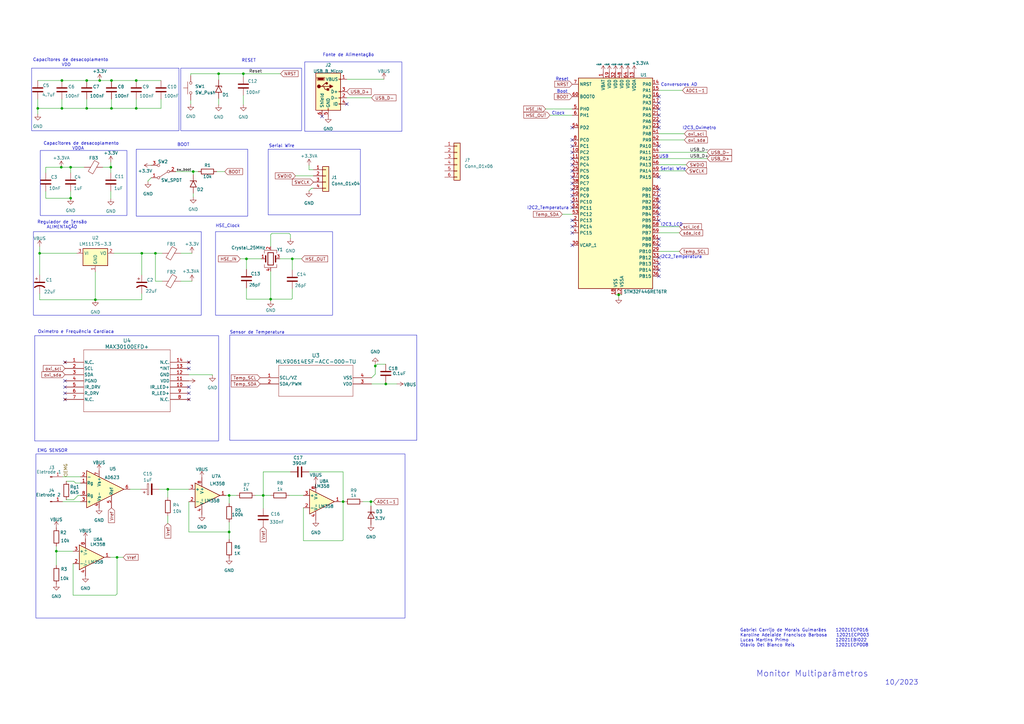
<source format=kicad_sch>
(kicad_sch (version 20230121) (generator eeschema)
  (paper "A3")
  (junction (at 58.166 103.886))
  (junction (at 45.72 33.02))
  (junction (at 55.88 33.02))
  (junction (at 107.95 203.2))
  (junction (at 68.834 200.66))
  (junction (at 25.4 33.02))
  (junction (at 40.894 33.02))
  (junction (at 152.146 205.74))
  (junction (at 63.754 103.886))
  (junction (at 45.72 44.45))
  (junction (at 39.116 122.936))
  (junction (at 16.256 103.886))
  (junction (at 93.98 218.186))
  (junction (at 93.98 203.2))
  (junction (at 23.114 226.06))
  (junction (at 153.924 150.114))
  (junction (at 101.092 106.172))
  (junction (at 45.466 68.58))
  (junction (at 119.888 106.172))
  (junction (at 48.006 228.6))
  (junction (at 28.956 81.28))
  (junction (at 25.4 44.45))
  (junction (at 253.746 120.904))
  (junction (at 158.242 157.48))
  (junction (at 89.662 30.226))
  (junction (at 35.56 44.45))
  (junction (at 99.822 30.226))
  (junction (at 25.146 68.58))
  (junction (at 55.88 44.45))
  (junction (at 79.248 70.358))
  (junction (at 35.56 33.02))
  (junction (at 110.998 122.682))
  (junction (at 15.494 44.45))
  (junction (at 140.716 205.74))
  (junction (at 28.956 68.58))
  (no_connect (at 270.256 98.044))
  (no_connect (at 234.696 72.644))
  (no_connect (at 26.67 158.75))
  (no_connect (at 234.696 62.484))
  (no_connect (at 270.256 47.244))
  (no_connect (at 142.24 42.672))
  (no_connect (at 270.256 113.284))
  (no_connect (at 234.696 82.804))
  (no_connect (at 270.256 105.664))
  (no_connect (at 270.256 39.624))
  (no_connect (at 234.696 92.964))
  (no_connect (at 270.256 80.264))
  (no_connect (at 234.696 65.024))
  (no_connect (at 234.696 67.564))
  (no_connect (at 270.256 52.324))
  (no_connect (at 270.256 72.644))
  (no_connect (at 234.696 90.424))
  (no_connect (at 234.696 70.104))
  (no_connect (at 234.696 85.09))
  (no_connect (at 234.696 59.944))
  (no_connect (at 270.256 77.724))
  (no_connect (at 77.47 163.83))
  (no_connect (at 270.256 110.744))
  (no_connect (at 270.256 108.204))
  (no_connect (at 270.256 100.584))
  (no_connect (at 270.256 42.164))
  (no_connect (at 26.67 148.59))
  (no_connect (at 234.696 52.324))
  (no_connect (at 132.08 47.752))
  (no_connect (at 234.696 95.504))
  (no_connect (at 26.67 163.83))
  (no_connect (at 270.256 90.424))
  (no_connect (at 270.256 85.344))
  (no_connect (at 270.256 49.784))
  (no_connect (at 270.256 59.944))
  (no_connect (at 234.696 100.584))
  (no_connect (at 234.696 80.264))
  (no_connect (at 77.47 148.59))
  (no_connect (at 270.256 82.804))
  (no_connect (at 26.67 156.21))
  (no_connect (at 270.256 44.704))
  (no_connect (at 77.47 151.13))
  (no_connect (at 234.696 77.724))
  (no_connect (at 270.256 87.884))
  (no_connect (at 234.696 57.404))
  (no_connect (at 234.696 75.184))
  (no_connect (at 77.47 161.29))
  (no_connect (at 77.47 158.75))
  (no_connect (at 26.67 161.29))
  (wire (pts (xy 119.888 118.364) (xy 119.888 122.428)))
  (wire (pts (xy 28.956 68.58) (xy 34.544 68.58)))
  (wire (pts (xy 270.256 62.484) (xy 290.068 62.484)))
  (wire (pts (xy 93.98 218.186) (xy 93.98 221.234)))
  (wire (pts (xy 118.618 203.2) (xy 124.46 203.2)))
  (wire (pts (xy 110.998 111.252) (xy 110.998 122.682)))
  (wire (pts (xy 127.762 77.216) (xy 126.746 78.232)))
  (wire (pts (xy 121.158 72.136) (xy 128.524 72.136)))
  (wire (pts (xy 58.166 103.886) (xy 58.166 112.776)))
  (wire (pts (xy 42.164 68.58) (xy 45.466 68.58)))
  (wire (pts (xy 148.844 205.74) (xy 152.146 205.74)))
  (wire (pts (xy 25.654 205.74) (xy 33.02 205.74)))
  (wire (pts (xy 77.47 205.74) (xy 77.47 218.186)))
  (wire (pts (xy 66.548 115.316) (xy 63.754 115.316)))
  (wire (pts (xy 61.722 67.818) (xy 61.976 67.818)))
  (wire (pts (xy 107.95 203.2) (xy 110.998 203.2)))
  (wire (pts (xy 40.894 33.02) (xy 45.72 33.02)))
  (wire (pts (xy 35.56 44.45) (xy 45.72 44.45)))
  (wire (pts (xy 45.212 228.6) (xy 48.006 228.6)))
  (wire (pts (xy 119.126 96.266) (xy 119.126 97.79)))
  (wire (pts (xy 93.98 203.2) (xy 93.98 206.502)))
  (wire (pts (xy 119.888 106.172) (xy 119.888 110.744)))
  (wire (pts (xy 31.496 103.886) (xy 16.256 103.886)))
  (wire (pts (xy 225.552 47.244) (xy 234.696 47.244)))
  (wire (pts (xy 25.4 40.64) (xy 25.4 44.45)))
  (wire (pts (xy 223.774 44.704) (xy 234.696 44.704)))
  (wire (pts (xy 158.242 149.352) (xy 154.686 149.352)))
  (wire (pts (xy 32.004 203.2) (xy 30.226 204.978)))
  (wire (pts (xy 89.662 30.226) (xy 78.232 30.226)))
  (wire (pts (xy 29.972 244.094) (xy 47.498 244.094)))
  (wire (pts (xy 140.716 193.548) (xy 140.716 205.74)))
  (wire (pts (xy 126.746 193.548) (xy 140.716 193.548)))
  (wire (pts (xy 152.146 205.74) (xy 153.162 205.74)))
  (wire (pts (xy 18.796 78.486) (xy 18.796 81.28)))
  (wire (pts (xy 93.98 203.2) (xy 97.028 203.2)))
  (wire (pts (xy 270.256 92.964) (xy 278.638 92.964)))
  (wire (pts (xy 278.638 95.504) (xy 270.256 95.504)))
  (wire (pts (xy 46.736 103.886) (xy 58.166 103.886)))
  (wire (pts (xy 104.648 203.2) (xy 107.95 203.2)))
  (wire (pts (xy 53.34 200.66) (xy 57.658 200.66)))
  (wire (pts (xy 25.146 68.58) (xy 28.956 68.58)))
  (wire (pts (xy 110.998 101.092) (xy 110.998 96.266)))
  (wire (pts (xy 28.956 70.866) (xy 28.956 68.58)))
  (wire (pts (xy 152.4 40.132) (xy 142.24 40.132)))
  (wire (pts (xy 124.46 221.742) (xy 140.462 221.742)))
  (wire (pts (xy 27.178 197.358) (xy 30.226 197.358)))
  (wire (pts (xy 89.662 30.226) (xy 99.822 30.226)))
  (wire (pts (xy 107.95 193.548) (xy 107.95 203.2)))
  (wire (pts (xy 15.494 44.45) (xy 15.494 46.736)))
  (wire (pts (xy 25.654 195.58) (xy 33.02 195.58)))
  (wire (pts (xy 48.006 228.6) (xy 48.006 243.586)))
  (wire (pts (xy 18.796 68.58) (xy 25.146 68.58)))
  (wire (pts (xy 92.71 203.2) (xy 93.98 203.2)))
  (wire (pts (xy 45.72 40.64) (xy 45.72 44.45)))
  (wire (pts (xy 270.256 103.124) (xy 278.638 103.124)))
  (wire (pts (xy 78.232 30.226) (xy 78.232 30.988)))
  (wire (pts (xy 101.092 118.11) (xy 101.092 122.682)))
  (wire (pts (xy 55.88 33.02) (xy 66.04 33.02)))
  (wire (pts (xy 123.698 106.172) (xy 119.888 106.172)))
  (wire (pts (xy 29.972 231.14) (xy 29.972 244.094)))
  (wire (pts (xy 16.256 103.886) (xy 16.256 112.776)))
  (wire (pts (xy 35.56 40.64) (xy 35.56 44.45)))
  (wire (pts (xy 153.924 149.352) (xy 153.924 150.114)))
  (wire (pts (xy 66.04 40.64) (xy 66.04 44.45)))
  (wire (pts (xy 30.988 198.12) (xy 30.226 197.358)))
  (wire (pts (xy 124.46 208.28) (xy 124.46 221.742)))
  (wire (pts (xy 87.122 153.924) (xy 87.122 153.67)))
  (wire (pts (xy 119.126 193.548) (xy 107.95 193.548)))
  (wire (pts (xy 72.136 70.358) (xy 79.248 70.358)))
  (wire (pts (xy 270.256 70.104) (xy 281.178 70.104)))
  (wire (pts (xy 60.706 74.422) (xy 60.706 74.168)))
  (wire (pts (xy 110.998 122.682) (xy 110.998 123.444)))
  (wire (pts (xy 78.232 41.148) (xy 78.232 42.672)))
  (wire (pts (xy 63.754 103.886) (xy 66.548 103.886)))
  (wire (pts (xy 33.02 203.2) (xy 32.004 203.2)))
  (wire (pts (xy 140.716 205.74) (xy 141.224 205.74)))
  (wire (pts (xy 63.754 115.316) (xy 63.754 103.886)))
  (wire (pts (xy 79.248 70.358) (xy 79.248 71.628)))
  (wire (pts (xy 45.466 68.58) (xy 45.466 70.866)))
  (wire (pts (xy 39.116 122.936) (xy 16.256 122.936)))
  (wire (pts (xy 30.988 198.12) (xy 33.02 198.12)))
  (wire (pts (xy 154.686 149.352) (xy 153.924 150.114)))
  (wire (pts (xy 152.146 205.74) (xy 152.146 207.518)))
  (wire (pts (xy 58.166 103.886) (xy 63.754 103.886)))
  (wire (pts (xy 79.248 70.358) (xy 81.28 70.358)))
  (wire (pts (xy 128.524 77.216) (xy 127.762 77.216)))
  (wire (pts (xy 252.476 120.904) (xy 253.746 120.904)))
  (wire (pts (xy 16.256 101.092) (xy 16.256 103.886)))
  (wire (pts (xy 18.796 81.28) (xy 28.956 81.28)))
  (wire (pts (xy 45.72 44.45) (xy 55.88 44.45)))
  (wire (pts (xy 15.494 40.64) (xy 15.494 44.45)))
  (wire (pts (xy 78.74 115.316) (xy 74.168 115.316)))
  (wire (pts (xy 45.466 66.548) (xy 45.466 68.58)))
  (wire (pts (xy 60.706 74.168) (xy 61.976 72.898)))
  (wire (pts (xy 23.114 224.028) (xy 23.114 226.06)))
  (wire (pts (xy 270.256 37.084) (xy 279.908 37.084)))
  (wire (pts (xy 270.256 57.404) (xy 280.67 57.404)))
  (wire (pts (xy 119.634 122.682) (xy 119.888 122.428)))
  (wire (pts (xy 25.4 33.02) (xy 35.56 33.02)))
  (wire (pts (xy 77.47 218.186) (xy 93.98 218.186)))
  (wire (pts (xy 101.092 106.172) (xy 107.188 106.172)))
  (wire (pts (xy 55.88 40.64) (xy 55.88 44.45)))
  (wire (pts (xy 153.924 150.114) (xy 153.924 153.416)))
  (wire (pts (xy 230.632 87.884) (xy 234.696 87.884)))
  (wire (pts (xy 45.466 78.486) (xy 45.466 81.534)))
  (wire (pts (xy 270.256 65.024) (xy 290.068 65.024)))
  (wire (pts (xy 16.256 122.936) (xy 16.256 120.396)))
  (wire (pts (xy 15.494 33.02) (xy 25.4 33.02)))
  (wire (pts (xy 119.888 106.172) (xy 114.808 106.172)))
  (wire (pts (xy 99.822 39.116) (xy 99.822 42.926)))
  (wire (pts (xy 153.924 153.416) (xy 152.4 154.94)))
  (wire (pts (xy 35.56 33.02) (xy 40.894 33.02)))
  (wire (pts (xy 110.998 122.682) (xy 119.634 122.682)))
  (wire (pts (xy 101.092 122.682) (xy 110.998 122.682)))
  (wire (pts (xy 28.956 78.486) (xy 28.956 81.28)))
  (wire (pts (xy 158.242 157.48) (xy 162.814 157.48)))
  (wire (pts (xy 88.9 70.358) (xy 92.202 70.358)))
  (wire (pts (xy 110.998 96.266) (xy 111.506 95.758)))
  (wire (pts (xy 140.462 221.742) (xy 140.716 221.488)))
  (wire (pts (xy 99.822 31.496) (xy 99.822 30.226)))
  (wire (pts (xy 142.24 32.512) (xy 157.48 32.512)))
  (wire (pts (xy 68.834 200.66) (xy 68.834 203.962)))
  (wire (pts (xy 126.746 69.596) (xy 128.524 69.596)))
  (wire (pts (xy 152.4 157.48) (xy 158.242 157.48)))
  (wire (pts (xy 68.834 200.66) (xy 77.47 200.66)))
  (wire (pts (xy 18.796 68.58) (xy 18.796 70.866)))
  (wire (pts (xy 23.114 226.06) (xy 29.972 226.06)))
  (wire (pts (xy 23.114 226.06) (xy 23.114 231.902)))
  (wire (pts (xy 68.834 211.582) (xy 68.834 214.63)))
  (wire (pts (xy 79.248 79.248) (xy 79.248 80.772)))
  (wire (pts (xy 58.166 120.396) (xy 58.166 122.936)))
  (wire (pts (xy 98.552 106.172) (xy 101.092 106.172)))
  (wire (pts (xy 87.122 153.67) (xy 77.47 153.67)))
  (wire (pts (xy 281.432 67.564) (xy 270.256 67.564)))
  (wire (pts (xy 55.88 44.45) (xy 66.04 44.45)))
  (wire (pts (xy 58.166 122.936) (xy 39.116 122.936)))
  (wire (pts (xy 78.74 103.886) (xy 74.168 103.886)))
  (wire (pts (xy 253.746 120.904) (xy 255.016 120.904)))
  (wire (pts (xy 101.092 106.172) (xy 101.092 110.49)))
  (wire (pts (xy 93.98 214.122) (xy 93.98 218.186)))
  (wire (pts (xy 39.116 111.506) (xy 39.116 122.936)))
  (wire (pts (xy 27.178 204.978) (xy 30.226 204.978)))
  (wire (pts (xy 15.494 44.45) (xy 25.4 44.45)))
  (wire (pts (xy 45.72 33.02) (xy 55.88 33.02)))
  (wire (pts (xy 89.662 40.386) (xy 89.662 42.926)))
  (wire (pts (xy 89.662 30.226) (xy 89.662 32.766)))
  (wire (pts (xy 115.062 30.226) (xy 99.822 30.226)))
  (wire (pts (xy 25.4 44.45) (xy 35.56 44.45)))
  (wire (pts (xy 107.95 203.2) (xy 107.95 208.534)))
  (wire (pts (xy 158.242 156.972) (xy 158.242 157.48)))
  (wire (pts (xy 65.278 200.66) (xy 68.834 200.66)))
  (wire (pts (xy 118.618 95.758) (xy 119.126 96.266)))
  (wire (pts (xy 126.746 67.818) (xy 126.746 69.596)))
  (wire (pts (xy 47.498 244.094) (xy 48.006 243.586)))
  (wire (pts (xy 111.506 95.758) (xy 118.618 95.758)))
  (wire (pts (xy 140.716 205.74) (xy 140.716 221.488)))
  (wire (pts (xy 280.67 54.864) (xy 270.256 54.864)))
  (wire (pts (xy 139.7 205.74) (xy 140.716 205.74)))
  (wire (pts (xy 48.006 228.6) (xy 50.546 228.6)))
  (wire (pts (xy 253.746 120.904) (xy 253.746 121.92)))
  (rectangle (start 124.968 25.4) (end 164.846 53.848))
  (rectangle (start 16.51 61.722) (end 52.07 88.392))
  (rectangle (start 109.982 61.214) (end 147.828 88.138))
  (rectangle (start 55.88 61.214) (end 101.6 88.646))
  (rectangle (start 74.168 27.94) (end 123.698 53.594))
  (rectangle (start 14.732 186.182) (end 166.116 253.492))
  (rectangle (start 88.392 94.996) (end 136.398 129.286))
  (rectangle (start 13.716 94.996) (end 82.55 129.286))
  (rectangle (start 14.224 137.668) (end 89.662 180.848))
  (rectangle (start 94.234 137.414) (end 170.942 180.594))
  (rectangle (start 12.954 27.94) (end 73.406 53.594))
  (text "Oxímetro e Frequência Cardíaca " (at 15.494 136.906 0) (effects (font (size 1.27 1.27)) (justify left bottom)))
  (text "Reset" (at 227.838 33.274 0) (effects (font (size 1.27 1.27)) (justify left bottom)))
  (text "I2C2_Temperatura\n" (at 216.154 86.106 0) (effects (font (size 1.27 1.27)) (justify left bottom)))
  (text "Serial Wire" (at 110.236 60.706 0) (effects (font (size 1.27 1.27)) (justify left bottom)))
  (text "RESET" (at 99.06 25.654 0) (effects (font (size 1.27 1.27)) (justify left bottom)))
  (text "BOOT\n" (at 72.644 60.198 0) (effects (font (size 1.27 1.27)) (justify left bottom)))
  (text "Conversores AD\n" (at 271.018 35.56 0) (effects (font (size 1.27 1.27)) (justify left bottom)))
  (text "Regulador de Tensão\n    ALIMENTAÇÃO" (at 15.24 93.98 0) (effects (font (size 1.27 1.27)) (justify left bottom)))
  (text "10/2023" (at 362.966 281.178 0) (effects (font (size 2 2)) (justify left bottom)))
  (text "Clock\n" (at 226.314 47.244 0) (effects (font (size 1.27 1.27)) (justify left bottom)))
  (text "USB" (at 270.256 65.024 0) (effects (font (size 1.27 1.27)) (justify left bottom)))
  (text "Boot" (at 228.346 38.354 0) (effects (font (size 1.27 1.27)) (justify left bottom)))
  (text "I2C3_LCD\n" (at 271.018 92.964 0) (effects (font (size 1.27 1.27)) (justify left bottom)))
  (text "Fonte de Alimentação\n" (at 132.334 23.368 0) (effects (font (size 1.27 1.27)) (justify left bottom)))
  (text "Capacitores de desacoplamento \n		  VDDA\n" (at 17.78 61.722 0) (effects (font (size 1.27 1.27)) (justify left bottom)))
  (text "Gabriel Carrijo de Morais Guimarães    12021ECP016\nKaroline Adelaide Francisco Barbosa    12021ECP003\nLucas Martins Primo 		    12021EBI022\nOtávio Del Bianco Reis 		    12021ECP008" (at 303.53 265.43 0) (effects (font (size 1.27 1.27)) (justify left bottom)))
  (text "Sensor de Temperatura\n" (at 94.234 137.16 0) (effects (font (size 1.27 1.27)) (justify left bottom)))
  (text "HSE_Clock" (at 88.392 93.472 0) (effects (font (size 1.27 1.27)) (justify left bottom)))
  (text "Monitor Multiparâmetros" (at 310.134 277.876 0) (effects (font (size 2.5 2.5)) (justify left bottom)))
  (text "I2C2_Temperatura\n" (at 270.764 106.172 0) (effects (font (size 1.27 1.27)) (justify left bottom)))
  (text "EMG SENSOR\n" (at 15.24 185.674 0) (effects (font (size 1.27 1.27)) (justify left bottom)))
  (text "Capacitores de desacoplamento \n		  VDD" (at 13.462 27.432 0) (effects (font (size 1.27 1.27)) (justify left bottom)))
  (text "I2C3_Oxímetro\n\n" (at 279.908 55.372 0) (effects (font (size 1.27 1.27)) (justify left bottom)))
  (text "Serial Wire\n" (at 270.764 70.104 0) (effects (font (size 1.27 1.27)) (justify left bottom)))
  (label "Reset" (at 102.108 30.226 0))
  (label "USB_D-" (at 282.956 62.484 0))
  (label "sw_boot" (at 72.39 70.358 0) (effects (font (size 1 1))))
  (label "USB_D+" (at 282.956 65.024 0))
  (global_label "Temp_SDA" (shape input) (at 230.632 87.884 180) (property "Intersheetrefs" "${INTERSHEET_REFS}" (effects hide)))
  (global_label "oxi_scl" (shape input) (at 280.67 54.864 0) (property "Intersheetrefs" "${INTERSHEET_REFS}" (effects hide)))
  (global_label "Vref" (shape input) (at 50.546 228.6 0) (property "Intersheetrefs" "${INTERSHEET_REFS}" (effects hide)))
  (global_label "Vref" (shape input) (at 107.95 216.154 270) (property "Intersheetrefs" "${INTERSHEET_REFS}" (effects hide)))
  (global_label "Temp_SCL" (shape input) (at 278.638 103.124 0) (property "Intersheetrefs" "${INTERSHEET_REFS}" (effects hide)))
  (global_label "NRST" (shape input) (at 115.062 30.226 0) (property "Intersheetrefs" "${INTERSHEET_REFS}" (effects hide)))
  (global_label "USB_D-" (shape input) (at 152.4 40.132 0) (property "Intersheetrefs" "${INTERSHEET_REFS}" (effects hide)))
  (global_label "USB_D+" (shape input) (at 290.068 65.024 0) (property "Intersheetrefs" "${INTERSHEET_REFS}" (effects hide)))
  (global_label "ADC1-1" (shape input) (at 153.162 205.74 0) (property "Intersheetrefs" "${INTERSHEET_REFS}" (effects hide)))
  (global_label "sda_lcd" (shape input) (at 278.638 95.504 0) (property "Intersheetrefs" "${INTERSHEET_REFS}" (effects hide)))
  (global_label "HSE_OUT" (shape input) (at 225.552 47.244 180) (property "Intersheetrefs" "${INTERSHEET_REFS}" (effects hide)))
  (global_label "Temp_SDA" (shape input) (at 106.68 157.48 180) (property "Intersheetrefs" "${INTERSHEET_REFS}" (effects hide)))
  (global_label "USB_D-" (shape input) (at 290.068 62.484 0) (property "Intersheetrefs" "${INTERSHEET_REFS}" (effects hide)))
  (global_label "oxi_sda" (shape input) (at 280.67 57.404 0) (property "Intersheetrefs" "${INTERSHEET_REFS}" (effects hide)))
  (global_label "Temp_SCL" (shape input) (at 106.68 154.94 180) (property "Intersheetrefs" "${INTERSHEET_REFS}" (effects hide)))
  (global_label "oxi_sda" (shape input) (at 26.67 153.67 180) (property "Intersheetrefs" "${INTERSHEET_REFS}" (effects hide)))
  (global_label "SWCLK" (shape input) (at 281.178 70.104 0) (property "Intersheetrefs" "${INTERSHEET_REFS}" (effects hide)))
  (global_label "SWDIO" (shape input) (at 281.432 67.564 0) (property "Intersheetrefs" "${INTERSHEET_REFS}" (effects hide)))
  (global_label "HSE_OUT" (shape input) (at 123.698 106.172 0) (property "Intersheetrefs" "${INTERSHEET_REFS}" (effects hide)))
  (global_label "NRST" (shape input) (at 234.696 34.544 180) (property "Intersheetrefs" "${INTERSHEET_REFS}" (effects hide)))
  (global_label "BOOT" (shape input) (at 234.696 39.624 180) (property "Intersheetrefs" "${INTERSHEET_REFS}" (effects hide)))
  (global_label "oxi_scl" (shape input) (at 26.67 151.13 180) (property "Intersheetrefs" "${INTERSHEET_REFS}" (effects hide)))
  (global_label "SWCLK" (shape input) (at 128.524 74.676 180) (property "Intersheetrefs" "${INTERSHEET_REFS}" (effects hide)))
  (global_label "Vref" (shape input) (at 68.834 214.63 270) (property "Intersheetrefs" "${INTERSHEET_REFS}" (effects hide)))
  (global_label "scl_lcd" (shape input) (at 278.638 92.964 0) (property "Intersheetrefs" "${INTERSHEET_REFS}" (effects hide)))
  (global_label "BOOT" (shape input) (at 92.202 70.358 0) (property "Intersheetrefs" "${INTERSHEET_REFS}" (effects hide)))
  (global_label "HSE_IN" (shape input) (at 223.774 44.704 180) (property "Intersheetrefs" "${INTERSHEET_REFS}" (effects hide)))
  (global_label "Vref" (shape input) (at 45.72 208.28 270) (property "Intersheetrefs" "${INTERSHEET_REFS}" (effects hide)))
  (global_label "ADC1-1" (shape input) (at 279.908 37.084 0) (property "Intersheetrefs" "${INTERSHEET_REFS}" (effects hide)))
  (global_label "SWDIO" (shape input) (at 121.158 72.136 180) (property "Intersheetrefs" "${INTERSHEET_REFS}" (effects hide)))
  (global_label "HSE_IN" (shape input) (at 98.552 106.172 180) (property "Intersheetrefs" "${INTERSHEET_REFS}" (effects hide)))
  (global_label "USB_D+" (shape input) (at 142.24 37.592 0) (property "Intersheetrefs" "${INTERSHEET_REFS}" (effects hide)))
  (hierarchical_label "EMG" (shape input) (at 26.924 195.58 90))
  (symbol (lib_id "power:VBUS") (at 157.48 32.512 0) (unit 1)
    (property "Reference" "#PWR027" (effects hide))
    (property "Value" "VBUS" (at 157.48 29.21 0))
  )
  (symbol (lib_id "power:GND") (at 110.998 123.444 0) (unit 1)
    (property "Reference" "#PWR025" (effects hide))
    (property "Value" "GND" (at 110.998 127.254 0))
  )
  (symbol (lib_id "power:GND") (at 39.116 122.936 0) (unit 1)
    (property "Reference" "#PWR04" (effects hide))
    (property "Value" "GND" (at 39.116 128.016 0))
  )
  (symbol (lib_id "power:+3.3V") (at 40.894 33.02 0) (unit 1)
    (property "Reference" "#PWR014" (effects hide))
    (property "Value" "+3.3V" (at 40.894 29.21 0))
  )
  (symbol (lib_id "Connector_Generic:Conn_01x06") (at 187.452 65.024 0) (unit 1)
    (property "Reference" "J?" (at 190.5 65.659 0) (effects (justify left)))
    (property "Value" "Conn_01x06" (at 190.5 68.199 0) (effects (justify left)))
  )
  (symbol (lib_id "power:+3.3V") (at 61.722 67.818 90) (unit 1)
    (property "Reference" "#PWR022" (effects hide))
    (property "Value" "+3.3V" (at 62.484 70.104 90) (effects (justify left)))
  )
  (symbol (lib_id "power:GND") (at 134.62 47.752 0) (unit 1)
    (property "Reference" "#PWR026" (effects hide))
    (property "Value" "GND" (at 134.62 52.832 0))
  )
  (symbol (lib_id "power:+3.3VA") (at 126.746 67.818 0) (unit 1)
    (property "Reference" "#PWR028" (effects hide))
    (property "Value" "+3.3VA" (at 126.746 64.008 0))
  )
  (symbol (lib_id "Device:R") (at 114.808 203.2 90) (unit 1)
    (property "Reference" "R8" (at 114.808 198.12 90))
    (property "Value" "1k" (at 114.808 200.66 90))
    (property "Footprint" "Resistor_SMD:R_0603_1608Metric" (effects hide))
  )
  (symbol (lib_id "Device:C") (at 45.72 36.83 0) (unit 1)
    (property "Reference" "C8" (at 48.26 35.56 0) (effects (justify left)))
    (property "Value" "100nF" (at 46.99 39.37 0) (effects (justify left)))
    (property "Footprint" "Capacitor_SMD:C_0603_1608Metric" (effects hide))
  )
  (symbol (lib_id "Device:C") (at 122.936 193.548 90) (unit 1)
    (property "Reference" "C17" (at 124.206 187.706 90) (effects (justify left)))
    (property "Value" "390nF" (at 125.984 189.992 90) (effects (justify left)))
    (property "Footprint" "Capacitor_SMD:C_0603_1608Metric" (effects hide))
  )
  (symbol (lib_id "power:VBUS") (at 162.814 157.48 270) (unit 1)
    (property "Reference" "#PWR030" (effects hide))
    (property "Value" "VBUS" (at 165.608 157.734 90) (effects (justify left)))
  )
  (symbol (lib_id "Connector:Conn_01x01_Pin") (at 20.574 195.58 0) (unit 1)
    (property "Reference" "J3" (at 21.209 191.77 0))
    (property "Value" "Eletrode 1" (at 20.066 193.548 0))
    (property "Footprint" "Connector_PinHeader_2.54mm:PinHeader_1x01_P2.54mm_Vertical" (effects hide))
  )
  (symbol (lib_id "power:VBUS") (at 82.804 195.834 0) (unit 1)
    (property "Reference" "#PWR037" (effects hide))
    (property "Value" "VBUS" (at 82.804 192.532 0))
  )
  (symbol (lib_id "power:GND") (at 93.98 228.854 0) (unit 1)
    (property "Reference" "#PWR035" (effects hide))
    (property "Value" "GND" (at 93.98 233.934 0))
  )
  (symbol (lib_id "Device:C") (at 158.242 153.162 0) (unit 1)
    (property "Reference" "C18" (at 159.258 151.13 0) (effects (justify left)))
    (property "Value" "0.1uF" (at 161.036 153.162 0) (effects (justify left)))
    (property "Footprint" "Capacitor_SMD:C_0603_1608Metric" (effects hide))
  )
  (symbol (lib_id "oxy:MAX30100EFD+") (at 26.67 148.59 0) (unit 1)
    (property "Reference" "U4" (at 52.07 139.7 0) (effects (font (size 1.524 1.524))))
    (property "Value" "MAX30100EFD+" (at 52.07 142.24 0) (effects (font (size 1.524 1.524))))
    (property "Footprint" "oximeter:21-0880B_MXM-L" (effects hide))
    (property "Datasheet" "MAX30100EFD+" (effects hide))
  )
  (symbol (lib_id "Amplifier_Operational:LM358") (at 85.344 203.454 0) (unit 3)
    (property "Reference" "U7" (effects hide))
    (property "Value" "LM358" (at 83.82 205.359 0) (effects (justify left)))
    (property "Footprint" "LM358:D8-L" (effects hide))
    (property "Datasheet" "http://www.ti.com/lit/ds/symlink/lm2904-n.pdf" (effects hide))
  )
  (symbol (lib_id "power:+3.3V") (at 255.016 29.464 0) (unit 1)
    (property "Reference" "#PWR011" (effects hide))
    (property "Value" "+3.3V" (at 254.254 26.416 0) (effects (font (size 0.5 0.5))))
  )
  (symbol (lib_id "Device:D_Zener") (at 152.146 211.328 270) (unit 1)
    (property "Reference" "D3" (at 154.178 209.804 90) (effects (justify left)))
    (property "Value" "3.3V" (at 153.67 212.598 90) (effects (justify left)))
    (property "Footprint" "Diode_SMD:D_0603_1608Metric" (effects hide))
  )
  (symbol (lib_id "Device:R") (at 68.834 207.772 0) (unit 1)
    (property "Reference" "R4" (at 70.866 207.137 0) (effects (justify left)))
    (property "Value" "10k" (at 70.866 209.677 0) (effects (justify left)))
    (property "Footprint" "Resistor_SMD:R_0603_1608Metric" (effects hide))
  )
  (symbol (lib_id "Regulator_Linear:LM1117S-3.3") (at 39.116 103.886 0) (unit 1)
    (property "Reference" "U2" (at 39.116 97.536 0))
    (property "Value" "LM1117S-3.3" (at 39.116 100.076 0))
    (property "Footprint" "Package_TO_SOT_SMD:TO-263-3_TabPin2" (effects hide))
    (property "Datasheet" "http://www.ti.com/lit/ds/symlink/lm1117.pdf" (effects hide))
  )
  (symbol (lib_id "power:VBUS") (at 23.114 216.408 0) (unit 1)
    (property "Reference" "#PWR044" (effects hide))
    (property "Value" "VBUS" (at 23.114 213.106 0))
  )
  (symbol (lib_id "power:GND") (at 28.956 81.28 0) (unit 1)
    (property "Reference" "#PWR07" (effects hide))
    (property "Value" "GND" (at 28.956 86.36 0))
  )
  (symbol (lib_id "power:GND") (at 79.248 80.772 0) (unit 1)
    (property "Reference" "#PWR023" (effects hide))
    (property "Value" "GND" (at 79.248 85.852 0))
  )
  (symbol (lib_id "power:GND") (at 40.64 208.28 0) (unit 1)
    (property "Reference" "#PWR039" (effects hide))
    (property "Value" "GND" (at 40.64 213.36 0))
  )
  (symbol (lib_id "power:VBUS") (at 35.052 220.98 0) (unit 1)
    (property "Reference" "#PWR042" (effects hide))
    (property "Value" "VBUS" (at 35.052 217.678 0))
  )
  (symbol (lib_id "Amplifier_Operational:LM358") (at 37.592 228.6 0) (unit 3)
    (property "Reference" "U6" (effects hide))
    (property "Value" "LM358" (at 36.068 230.505 0) (effects (justify left)))
    (property "Footprint" "LM358:D8-L" (effects hide))
    (property "Datasheet" "http://www.ti.com/lit/ds/symlink/lm2904-n.pdf" (effects hide))
  )
  (symbol (lib_id "power:+3.3VA") (at 260.096 29.464 0) (unit 1)
    (property "Reference" "#PWR013" (effects hide))
    (property "Value" "+3.3VA" (at 262.636 25.908 0))
  )
  (symbol (lib_id "Device:C") (at 25.4 36.83 0) (unit 1)
    (property "Reference" "C6" (at 27.94 35.56 0) (effects (justify left)))
    (property "Value" "100nF" (at 26.67 39.37 0) (effects (justify left)))
    (property "Footprint" "Capacitor_SMD:C_0603_1608Metric" (effects hide))
  )
  (symbol (lib_id "power:GND") (at 15.494 46.736 0) (unit 1)
    (property "Reference" "#PWR03" (effects hide))
    (property "Value" "GND" (at 15.494 51.816 0))
  )
  (symbol (lib_id "Connector:Conn_01x01_Pin") (at 20.574 205.74 0) (unit 1)
    (property "Reference" "J4" (at 21.082 201.168 0))
    (property "Value" "Eletrode 2" (at 19.812 202.946 0))
    (property "Footprint" "Connector_PinHeader_2.54mm:PinHeader_1x01_P2.54mm_Vertical" (effects hide))
  )
  (symbol (lib_id "Switch:SW_Push") (at 78.232 36.068 90) (unit 1)
    (property "Reference" "SW1" (at 80.01 35.433 90) (effects (justify right)))
    (property "Value" "SW_Push" (at 80.01 37.973 90) (effects (justify right)))
    (property "Footprint" "Button_Switch_SMD:SW_SPST_B3U-1000P-B" (effects hide))
  )
  (symbol (lib_id "Device:R") (at 93.98 210.312 0) (unit 1)
    (property "Reference" "R5" (at 96.266 209.296 0) (effects (justify left)))
    (property "Value" "100k" (at 94.996 211.074 0) (effects (justify left)))
    (property "Footprint" "Resistor_SMD:R_0603_1608Metric" (effects hide))
  )
  (symbol (lib_id "Amplifier_Operational:LM358") (at 85.09 203.2 0) (unit 1)
    (property "Reference" "U7" (at 88.646 195.326 0))
    (property "Value" "LM358" (at 89.154 198.374 0))
    (property "Footprint" "LM358:D8-L" (effects hide))
    (property "Datasheet" "http://www.ti.com/lit/ds/symlink/lm2904-n.pdf" (effects hide))
  )
  (symbol (lib_id "Device:R") (at 100.838 203.2 90) (unit 1)
    (property "Reference" "R7" (at 101.092 198.882 90))
    (property "Value" "1k" (at 100.838 200.66 90))
    (property "Footprint" "Resistor_SMD:R_0603_1608Metric" (effects hide))
  )
  (symbol (lib_id "Device:C_Polarized_US") (at 16.256 116.586 0) (unit 1)
    (property "Reference" "C1" (at 18.796 114.808 0) (effects (justify left)))
    (property "Value" "22uF" (at 18.034 119.634 0) (effects (justify left)))
    (property "Footprint" "Capacitor_SMD:C_0603_1608Metric" (effects hide))
  )
  (symbol (lib_id "Switch:SW_SPDT") (at 67.056 70.358 180) (unit 1)
    (property "Reference" "SW2" (at 66.802 66.294 0))
    (property "Value" "SW_SPDT" (at 70.358 73.914 0))
    (property "Footprint" "Button_Switch_SMD:SW_DIP_SPSTx01_Slide_9.78x4.72mm_W8.61mm_P2.54mm" (effects hide))
  )
  (symbol (lib_id "Diode:SM6T6V8A") (at 79.248 75.438 270) (unit 1)
    (property "Reference" "D2" (at 80.772 77.724 90) (effects (justify left)))
    (property "Value" "SM6T6V8A" (effects hide))
    (property "Footprint" "Diode_SMD:D_SMB" (effects hide))
    (property "Datasheet" "https://www.st.com/resource/en/datasheet/sm6t.pdf" (effects hide))
  )
  (symbol (lib_id "Amplifier_Instrumentation:AD623") (at 43.18 200.66 0) (unit 1)
    (property "Reference" "U5" (at 46.228 192.278 0))
    (property "Value" "AD623" (at 45.974 195.834 0))
    (property "Footprint" "AD623:RM_8_ADI-L" (effects hide))
    (property "Datasheet" "https://www.analog.com/media/en/technical-documentation/data-sheets/AD623.pdf" (effects hide))
  )
  (symbol (lib_id "power:GND") (at 119.126 97.79 0) (unit 1)
    (property "Reference" "#PWR024" (effects hide))
    (property "Value" "GND" (at 119.126 102.87 0))
  )
  (symbol (lib_id "Device:C") (at 66.04 36.83 0) (unit 1)
    (property "Reference" "C10" (at 68.58 35.56 0) (effects (justify left)))
    (property "Value" "100nF" (at 67.31 39.37 0) (effects (justify left)))
    (property "Footprint" "Capacitor_SMD:C_0603_1608Metric" (effects hide))
  )
  (symbol (lib_id "power:+3.3VA") (at 25.146 68.58 0) (unit 1)
    (property "Reference" "#PWR015" (effects hide))
    (property "Value" "+3.3VA" (at 25.146 64.77 0))
  )
  (symbol (lib_id "Device:C_Polarized") (at 61.468 200.66 90) (unit 1)
    (property "Reference" "C15" (at 60.579 194.31 90))
    (property "Value" "1uF" (at 60.579 196.85 90))
    (property "Footprint" "Capacitor_SMD:C_0603_1608Metric_Pad1.08x0.95mm_HandSolder" (effects hide))
  )
  (symbol (lib_id "Amplifier_Operational:LM358") (at 37.592 228.6 0) (unit 1)
    (property "Reference" "U6" (at 40.132 221.234 0))
    (property "Value" "LM358" (at 40.132 223.266 0))
    (property "Footprint" "LM358:D8-L" (effects hide))
    (property "Datasheet" "http://www.ti.com/lit/ds/symlink/lm2904-n.pdf" (effects hide))
  )
  (symbol (lib_id "New_Library:FerriteBead") (at 70.358 103.886 90) (unit 1)
    (property "Reference" "FB1" (at 70.3072 100.076 90))
    (property "Value" "New_Library:FerriteBead" (effects hide))
    (property "Footprint" "Inductor_SMD:L_0603_1608Metric_Pad1.05x0.95mm_HandSolder" (effects hide))
  )
  (symbol (lib_id "Diode:SM6T6V8A") (at 89.662 36.576 270) (unit 1)
    (property "Reference" "D1" (at 91.186 38.862 90) (effects (justify left)))
    (property "Value" "SM6T6V8A" (effects hide))
    (property "Footprint" "Diode_SMD:D_SMB" (effects hide))
    (property "Datasheet" "https://www.st.com/resource/en/datasheet/sm6t.pdf" (effects hide))
  )
  (symbol (lib_id "power:VBUS") (at 40.64 193.04 0) (unit 1)
    (property "Reference" "#PWR038" (effects hide))
    (property "Value" "VBUS" (at 40.64 189.738 0))
  )
  (symbol (lib_id "power:GND") (at 99.822 42.926 0) (unit 1)
    (property "Reference" "#PWR020" (effects hide))
    (property "Value" "GND" (at 99.822 48.006 0))
  )
  (symbol (lib_id "power:+3.3V") (at 45.466 66.548 0) (unit 1)
    (property "Reference" "#PWR017" (effects hide))
    (property "Value" "+3.3V" (at 45.466 62.738 0))
  )
  (symbol (lib_id "Device:C") (at 99.822 35.306 0) (unit 1)
    (property "Reference" "C12" (at 101.6 33.274 0) (effects (justify left)))
    (property "Value" "100nF" (at 100.838 37.846 0) (effects (justify left)))
    (property "Footprint" "Capacitor_SMD:C_0603_1608Metric" (effects hide))
  )
  (symbol (lib_id "Device:R") (at 27.178 201.168 0) (unit 1)
    (property "Reference" "Rg1" (at 28.702 199.644 0) (effects (justify left)))
    (property "Value" "6k5" (at 28.702 201.93 0) (effects (justify left)))
    (property "Footprint" "Resistor_SMD:R_0603_1608Metric" (effects hide))
  )
  (symbol (lib_id "Device:R") (at 23.114 235.712 0) (unit 1)
    (property "Reference" "R3" (at 24.892 233.426 0) (effects (justify left)))
    (property "Value" "10k" (at 24.638 237.236 0) (effects (justify left)))
    (property "Footprint" "Resistor_SMD:R_0603_1608Metric" (effects hide))
  )
  (symbol (lib_id "New_Library:FerriteBead") (at 38.354 68.58 270) (unit 1)
    (property "Reference" "FB3" (at 38.4048 64.77 90))
    (property "Value" "New_Library:FerriteBead" (effects hide))
    (property "Footprint" "Inductor_SMD:L_0603_1608Metric_Pad1.05x0.95mm_HandSolder" (effects hide))
  )
  (symbol (lib_id "power:GND") (at 35.052 236.22 0) (unit 1)
    (property "Reference" "#PWR043" (effects hide))
    (property "Value" "GND" (at 35.052 241.3 0))
  )
  (symbol (lib_id "Device:C") (at 28.956 74.676 0) (unit 1)
    (property "Reference" "C4" (at 30.48 72.644 0) (effects (justify left)))
    (property "Value" "1uF" (at 30.226 77.216 0) (effects (justify left)))
    (property "Footprint" "Capacitor_SMD:C_0603_1608Metric" (effects hide))
  )
  (symbol (lib_id "Device:C") (at 45.466 74.676 0) (unit 1)
    (property "Reference" "C11" (at 46.99 72.39 0) (effects (justify left)))
    (property "Value" "1uF" (at 46.736 77.216 0) (effects (justify left)))
    (property "Footprint" "Capacitor_SMD:C_0603_1608Metric" (effects hide))
  )
  (symbol (lib_id "power:GND") (at 126.746 78.232 0) (unit 1)
    (property "Reference" "#PWR029" (effects hide))
    (property "Value" "GND" (at 126.746 83.312 0))
  )
  (symbol (lib_id "power:VBUS") (at 129.54 198.12 0) (unit 1)
    (property "Reference" "#PWR040" (effects hide))
    (property "Value" "VBUS" (at 129.54 194.818 0))
  )
  (symbol (lib_id "Amplifier_Operational:LM358") (at 132.08 205.74 0) (unit 1)
    (property "Reference" "U8" (at 132.842 197.358 0))
    (property "Value" "LM358" (at 132.08 199.39 0))
    (property "Footprint" "LM358:D8-L" (effects hide))
    (property "Datasheet" "http://www.ti.com/lit/ds/symlink/lm2904-n.pdf" (effects hide))
  )
  (symbol (lib_id "Device:C") (at 18.796 74.676 0) (unit 1)
    (property "Reference" "C3" (at 20.828 72.644 0) (effects (justify left)))
    (property "Value" "10nF" (at 20.066 77.216 0) (effects (justify left)))
    (property "Footprint" "Capacitor_SMD:C_0603_1608Metric" (effects hide))
  )
  (symbol (lib_id "Device:C") (at 55.88 36.83 0) (unit 1)
    (property "Reference" "C9" (at 58.42 35.56 0) (effects (justify left)))
    (property "Value" "100nF" (at 57.15 39.37 0) (effects (justify left)))
    (property "Footprint" "Capacitor_SMD:C_0603_1608Metric" (effects hide))
  )
  (symbol (lib_id "Amplifier_Operational:LM358") (at 132.08 205.74 0) (unit 3)
    (property "Reference" "U8" (effects hide))
    (property "Value" "LM358" (at 130.556 207.645 0) (effects (justify left)))
    (property "Footprint" "LM358:D8-L" (effects hide))
    (property "Datasheet" "http://www.ti.com/lit/ds/symlink/lm2904-n.pdf" (effects hide))
  )
  (symbol (lib_id "Device:C") (at 15.494 36.83 0) (unit 1)
    (property "Reference" "C5" (at 17.526 35.052 0) (effects (justify left)))
    (property "Value" "4.7uF" (at 17.272 38.862 0) (effects (justify left)))
    (property "Footprint" "Capacitor_SMD:C_0603_1608Metric" (effects hide))
  )
  (symbol (lib_id "power:+3.3V") (at 249.936 29.464 0) (unit 1)
    (property "Reference" "#PWR09" (effects hide))
    (property "Value" "+3.3V" (at 248.92 26.416 0) (effects (font (size 0.5 0.5))))
  )
  (symbol (lib_id "power:+3.3V") (at 252.476 29.464 0) (unit 1)
    (property "Reference" "#PWR010" (effects hide))
    (property "Value" "+3.3V" (at 251.714 26.416 0) (effects (font (size 0.5 0.5))))
  )
  (symbol (lib_id "power:GND") (at 45.466 81.534 0) (unit 1)
    (property "Reference" "#PWR016" (effects hide))
    (property "Value" "GND" (at 45.466 86.614 0))
  )
  (symbol (lib_id "power:GND") (at 153.924 149.352 180) (unit 1)
    (property "Reference" "#PWR031" (effects hide))
    (property "Value" "GND" (at 153.924 144.272 0))
  )
  (symbol (lib_id "Device:C") (at 107.95 212.344 0) (unit 1)
    (property "Reference" "C16" (at 110.998 210.82 0) (effects (justify left)))
    (property "Value" "330nF" (at 110.49 214.122 0) (effects (justify left)))
    (property "Footprint" "Capacitor_SMD:C_0603_1608Metric" (effects hide))
  )
  (symbol (lib_id "Temp_sensor:MLX90614ESF-ACC-000-TU") (at 106.68 154.94 0) (unit 1)
    (property "Reference" "U3" (at 129.54 145.796 0) (effects (font (size 1.524 1.524))))
    (property "Value" "MLX90614ESF-ACC-000-TU" (at 129.54 148.336 0) (effects (font (size 1.524 1.524))))
    (property "Footprint" "temp:MLX90614xCC_MEL" (effects hide))
    (property "Datasheet" "MLX90614ESF-ACC-000-TU" (effects hide))
  )
  (symbol (lib_id "Device:R") (at 145.034 205.74 90) (unit 1)
    (property "Reference" "R9" (at 145.034 201.168 90))
    (property "Value" "1k" (at 145.034 203.2 90))
    (property "Footprint" "Resistor_SMD:R_0603_1608Metric" (effects hide))
  )
  (symbol (lib_id "power:GND") (at 129.54 213.36 0) (unit 1)
    (property "Reference" "#PWR036" (effects hide))
    (property "Value" "GND" (at 129.54 218.44 0))
  )
  (symbol (lib_id "power:VBUS") (at 77.47 156.21 270) (unit 1)
    (property "Reference" "#PWR033" (effects hide))
    (property "Value" "VBUS" (effects hide))
  )
  (symbol (lib_id "power:GND") (at 82.804 211.074 0) (unit 1)
    (property "Reference" "#PWR034" (effects hide))
    (property "Value" "GND" (at 82.804 216.154 0))
  )
  (symbol (lib_id "Device:R") (at 85.09 70.358 90) (unit 1)
    (property "Reference" "R1" (at 85.09 67.818 90))
    (property "Value" "10k" (at 85.09 72.39 90))
    (property "Footprint" "Resistor_SMD:R_0603_1608Metric" (effects hide))
  )
  (symbol (lib_id "MCU_ST_STM32F4:STM32F446RETx") (at 252.476 75.184 0) (unit 1)
    (property "Reference" "U1" (at 262.636 30.734 0) (effects (justify left)))
    (property "Value" "STM32F446RET6TR" (at 255.778 119.634 0) (effects (justify left)))
    (property "Footprint" "Package_QFP:LQFP-64_10x10mm_P0.5mm" (effects hide))
    (property "Datasheet" "https://www.st.com/resource/en/datasheet/stm32f446re.pdf" (effects hide))
  )
  (symbol (lib_id "power:+3.3VA") (at 78.74 115.316 0) (unit 1)
    (property "Reference" "#PWR06" (effects hide))
    (property "Value" "+3.3VA" (at 78.232 111.252 0))
  )
  (symbol (lib_id "power:GND") (at 253.746 121.92 0) (unit 1)
    (property "Reference" "#PWR01" (effects hide))
    (property "Value" "GND" (effects hide))
  )
  (symbol (lib_id "Device:C") (at 35.56 36.83 0) (unit 1)
    (property "Reference" "C7" (at 38.1 35.56 0) (effects (justify left)))
    (property "Value" "100nF" (at 36.83 39.37 0) (effects (justify left)))
    (property "Footprint" "Capacitor_SMD:C_0603_1608Metric" (effects hide))
  )
  (symbol (lib_id "Device:C_Polarized_US") (at 58.166 116.586 0) (unit 1)
    (property "Reference" "C2" (at 60.198 114.808 0) (effects (justify left)))
    (property "Value" "22uF" (at 59.69 119.38 0) (effects (justify left)))
    (property "Footprint" "Capacitor_SMD:C_0603_1608Metric" (effects hide))
  )
  (symbol (lib_id "power:GND") (at 152.146 215.138 0) (unit 1)
    (property "Reference" "#PWR041" (effects hide))
    (property "Value" "GND" (at 152.146 220.218 0))
  )
  (symbol (lib_id "power:GND") (at 87.122 153.924 0) (unit 1)
    (property "Reference" "#PWR032" (effects hide))
    (property "Value" "GND" (at 87.122 159.004 0))
  )
  (symbol (lib_id "New_Library:FerriteBead") (at 70.358 115.316 90) (unit 1)
    (property "Reference" "FB2" (at 70.3072 111.506 90))
    (property "Value" "FerriteBead" (effects hide))
    (property "Footprint" "Inductor_SMD:L_0603_1608Metric_Pad1.05x0.95mm_HandSolder" (effects hide))
  )
  (symbol (lib_id "Connector_Generic:Conn_01x04") (at 133.604 72.136 0) (unit 1)
    (property "Reference" "J1" (at 135.89 72.771 0) (effects (justify left)))
    (property "Value" "Conn_01x04" (at 135.89 75.311 0) (effects (justify left)))
    (property "Footprint" "Connector_PinHeader_2.00mm:PinHeader_1x04_P2.00mm_Vertical_SMD_Pin1Left" (effects hide))
  )
  (symbol (lib_id "power:+3.3V") (at 247.396 29.464 0) (unit 1)
    (property "Reference" "#PWR08" (effects hide))
    (property "Value" "+3.3V" (at 245.618 26.416 0) (effects (font (size 0.5 0.5))))
  )
  (symbol (lib_id "Device:R") (at 93.98 225.044 0) (unit 1)
    (property "Reference" "R6" (at 96.012 224.409 0) (effects (justify left)))
    (property "Value" "1K" (at 96.012 226.949 0) (effects (justify left)))
    (property "Footprint" "Resistor_SMD:R_0603_1608Metric" (effects hide))
  )
  (symbol (lib_id "power:+3.3V") (at 78.74 103.886 0) (unit 1)
    (property "Reference" "#PWR05" (effects hide))
    (property "Value" "+3.3V" (at 78.74 100.076 0))
  )
  (symbol (lib_id "power:GND") (at 89.662 42.926 0) (unit 1)
    (property "Reference" "#PWR019" (effects hide))
    (property "Value" "GND" (at 89.662 48.006 0))
  )
  (symbol (lib_id "power:+3.3V") (at 257.556 29.464 0) (unit 1)
    (property "Reference" "#PWR012" (effects hide))
    (property "Value" "+3.3V" (at 257.048 26.416 0) (effects (font (size 0.5 0.5))))
  )
  (symbol (lib_id "Device:C") (at 119.888 114.554 0) (unit 1)
    (property "Reference" "C14" (at 121.666 112.522 0) (effects (justify left)))
    (property "Value" "26pF" (at 120.904 117.094 0) (effects (justify left)))
    (property "Footprint" "Capacitor_SMD:C_0603_1608Metric" (effects hide))
  )
  (symbol (lib_id "Device:Crystal_GND24") (at 110.998 106.172 0) (unit 1)
    (property "Reference" "Y1" (at 114.808 102.362 0))
    (property "Value" "Crystal_25MHz" (at 101.854 101.6 0))
    (property "Footprint" "Crystal:Crystal_SMD_SeikoEpson_FA238V-4Pin_3.2x2.5mm" (effects hide))
  )
  (symbol (lib_id "power:GND") (at 23.114 239.522 0) (unit 1)
    (property "Reference" "#PWR045" (effects hide))
    (property "Value" "GND" (at 23.114 244.602 0))
  )
  (symbol (lib_id "power:VBUS") (at 16.256 101.092 0) (unit 1)
    (property "Reference" "#PWR02" (effects hide))
    (property "Value" "VBUS" (at 16.256 97.79 0))
  )
  (symbol (lib_id "power:GND") (at 78.232 42.672 0) (unit 1)
    (property "Reference" "#PWR018" (effects hide))
    (property "Value" "GND" (at 78.232 47.752 0))
  )
  (symbol (lib_id "Device:R") (at 23.114 220.218 0) (unit 1)
    (property "Reference" "R2" (at 24.638 218.44 0) (effects (justify left)))
    (property "Value" "10k" (at 24.892 221.742 0) (effects (justify left)))
    (property "Footprint" "Resistor_SMD:R_0603_1608Metric" (effects hide))
  )
  (symbol (lib_id "Device:C") (at 101.092 114.3 0) (unit 1)
    (property "Reference" "C13" (at 102.87 112.268 0) (effects (justify left)))
    (property "Value" "26pF" (at 102.108 116.84 0) (effects (justify left)))
    (property "Footprint" "Capacitor_SMD:C_0603_1608Metric" (effects hide))
  )
  (symbol (lib_id "power:GND") (at 60.706 74.422 0) (unit 1)
    (property "Reference" "#PWR021" (effects hide))
    (property "Value" "GND" (at 60.706 79.502 0))
  )
  (symbol (lib_id "Connector:USB_B_Micro") (at 134.62 37.592 0) (unit 1)
    (property "Reference" "J2" (at 134.62 26.67 0))
    (property "Value" "USB_B_Micro" (at 134.62 29.21 0))
    (property "Footprint" "Connector_USB:USB_Micro-B_Wuerth_629105150521" (effects hide))
  )
)
</source>
